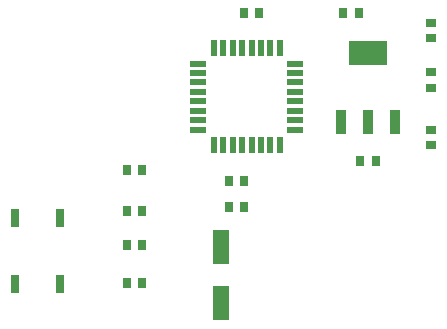
<source format=gtp>
G75*
%MOIN*%
%OFA0B0*%
%FSLAX24Y24*%
%IPPOS*%
%LPD*%
%AMOC8*
5,1,8,0,0,1.08239X$1,22.5*
%
%ADD10R,0.0374X0.0846*%
%ADD11R,0.1280X0.0846*%
%ADD12R,0.0276X0.0354*%
%ADD13R,0.0354X0.0276*%
%ADD14R,0.0580X0.0200*%
%ADD15R,0.0200X0.0580*%
%ADD16R,0.0551X0.1181*%
%ADD17R,0.0300X0.0600*%
D10*
X012173Y007822D03*
X013079Y007822D03*
X013984Y007822D03*
D11*
X013079Y010105D03*
D12*
X012754Y011463D03*
X012243Y011463D03*
X009434Y011463D03*
X008923Y011463D03*
X012813Y006513D03*
X013324Y006513D03*
X008944Y005853D03*
X008433Y005853D03*
X008433Y004973D03*
X008944Y004973D03*
X005534Y004843D03*
X005023Y004843D03*
X005023Y003713D03*
X005534Y003713D03*
X005534Y002463D03*
X005023Y002463D03*
X005023Y006223D03*
X005534Y006223D03*
D13*
X015179Y007047D03*
X015179Y007559D03*
X015179Y008957D03*
X015179Y009469D03*
X015179Y010617D03*
X015179Y011129D03*
D14*
X010649Y009763D03*
X010649Y009453D03*
X010649Y009133D03*
X010649Y008823D03*
X010649Y008503D03*
X010649Y008193D03*
X010649Y007873D03*
X010649Y007563D03*
X007409Y007563D03*
X007409Y007873D03*
X007409Y008193D03*
X007409Y008503D03*
X007409Y008823D03*
X007409Y009133D03*
X007409Y009453D03*
X007409Y009763D03*
D15*
X007929Y010283D03*
X008239Y010283D03*
X008559Y010283D03*
X008869Y010283D03*
X009189Y010283D03*
X009499Y010283D03*
X009819Y010283D03*
X010129Y010283D03*
X010129Y007043D03*
X009819Y007043D03*
X009499Y007043D03*
X009189Y007043D03*
X008869Y007043D03*
X008559Y007043D03*
X008239Y007043D03*
X007929Y007043D03*
D16*
X008179Y003658D03*
X008179Y001768D03*
D17*
X001309Y002413D03*
X002809Y002413D03*
X002809Y004613D03*
X001309Y004613D03*
M02*

</source>
